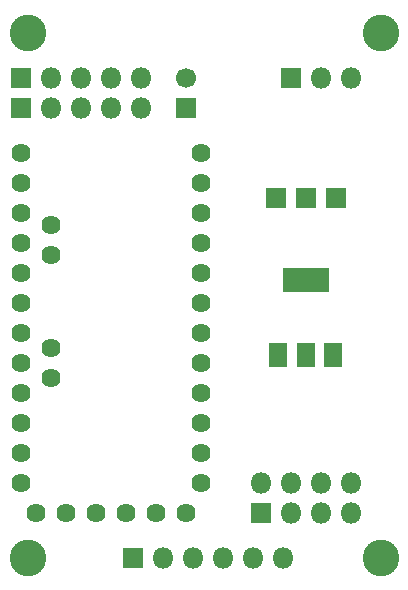
<source format=gbr>
%TF.GenerationSoftware,KiCad,Pcbnew,(5.1.6)-1*%
%TF.CreationDate,2020-12-25T18:58:44-03:00*%
%TF.ProjectId,nRF24L01_Arduino,6e524632-344c-4303-915f-41726475696e,rev?*%
%TF.SameCoordinates,Original*%
%TF.FileFunction,Soldermask,Top*%
%TF.FilePolarity,Negative*%
%FSLAX46Y46*%
G04 Gerber Fmt 4.6, Leading zero omitted, Abs format (unit mm)*
G04 Created by KiCad (PCBNEW (5.1.6)-1) date 2020-12-25 18:58:44*
%MOMM*%
%LPD*%
G01*
G04 APERTURE LIST*
%ADD10C,3.100000*%
%ADD11R,1.800000X1.800000*%
%ADD12O,1.800000X1.800000*%
%ADD13C,1.624000*%
%ADD14R,3.900000X2.100000*%
%ADD15R,1.600000X2.100000*%
%ADD16R,1.700000X1.700000*%
%ADD17C,1.700000*%
G04 APERTURE END LIST*
D10*
%TO.C,J12*%
X94615000Y-99060000D03*
%TD*%
%TO.C,J13*%
X64770000Y-54610000D03*
%TD*%
%TO.C,J14*%
X94615000Y-54610000D03*
%TD*%
%TO.C,J11*%
X64770000Y-99060000D03*
%TD*%
D11*
%TO.C,J4*%
X73660000Y-99060000D03*
D12*
X76200000Y-99060000D03*
X78740000Y-99060000D03*
X81280000Y-99060000D03*
X83820000Y-99060000D03*
X86360000Y-99060000D03*
%TD*%
D13*
%TO.C,Mod1*%
X65405000Y-95250000D03*
X67945000Y-95250000D03*
X70485000Y-95250000D03*
X73025000Y-95250000D03*
X75565000Y-95250000D03*
X78105000Y-95250000D03*
X79375000Y-92710000D03*
X79375000Y-90170000D03*
X79375000Y-87630000D03*
X79375000Y-85090000D03*
X79375000Y-82550000D03*
X79375000Y-80010000D03*
X79375000Y-77470000D03*
X79375000Y-74930000D03*
X79375000Y-72390000D03*
X79375000Y-69850000D03*
X79375000Y-67310000D03*
X79375000Y-64770000D03*
X64135000Y-92710000D03*
X64135000Y-90170000D03*
X64135000Y-87630000D03*
X64135000Y-85090000D03*
X64135000Y-82550000D03*
X64135000Y-80010000D03*
X64135000Y-77470000D03*
X64135000Y-74930000D03*
X64135000Y-72390000D03*
X64135000Y-69850000D03*
X64135000Y-67310000D03*
X64135000Y-64770000D03*
X66675000Y-83820000D03*
X66675000Y-81280000D03*
X66675000Y-73406000D03*
X66675000Y-70866000D03*
%TD*%
D14*
%TO.C,CI1*%
X88265000Y-75590000D03*
D15*
X88265000Y-81890000D03*
X90565000Y-81890000D03*
X85965000Y-81890000D03*
%TD*%
D11*
%TO.C,J1*%
X64135000Y-60960000D03*
D12*
X66675000Y-60960000D03*
X69215000Y-60960000D03*
X71755000Y-60960000D03*
X74295000Y-60960000D03*
%TD*%
%TO.C,J2*%
X74295000Y-58420000D03*
X71755000Y-58420000D03*
X69215000Y-58420000D03*
X66675000Y-58420000D03*
D11*
X64135000Y-58420000D03*
%TD*%
%TO.C,JP1*%
X90805000Y-68580000D03*
X88265000Y-68580000D03*
X85725000Y-68580000D03*
%TD*%
%TO.C,Mod2*%
X84455000Y-95250000D03*
D12*
X84455000Y-92710000D03*
X86995000Y-95250000D03*
X86995000Y-92710000D03*
X89535000Y-95250000D03*
X89535000Y-92710000D03*
X92075000Y-95250000D03*
X92075000Y-92710000D03*
%TD*%
D16*
%TO.C,C1*%
X78105000Y-60960000D03*
D17*
X78105000Y-58460000D03*
%TD*%
D11*
%TO.C,J3*%
X86995000Y-58420000D03*
D12*
X89535000Y-58420000D03*
X92075000Y-58420000D03*
%TD*%
M02*

</source>
